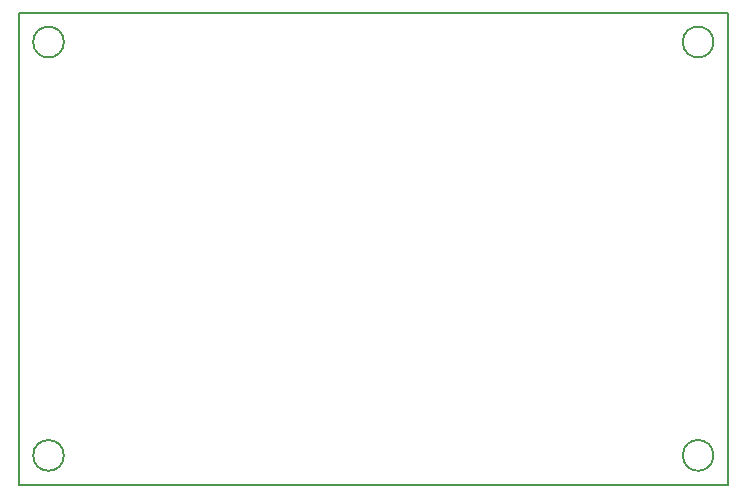
<source format=gm1>
G04 #@! TF.GenerationSoftware,KiCad,Pcbnew,(5.0.0)*
G04 #@! TF.CreationDate,2018-08-26T14:27:57+09:00*
G04 #@! TF.ProjectId,lancer_subbord,6C616E6365725F737562626F72642E6B,rev?*
G04 #@! TF.SameCoordinates,Original*
G04 #@! TF.FileFunction,Profile,NP*
%FSLAX46Y46*%
G04 Gerber Fmt 4.6, Leading zero omitted, Abs format (unit mm)*
G04 Created by KiCad (PCBNEW (5.0.0)) date 08/26/18 14:27:57*
%MOMM*%
%LPD*%
G01*
G04 APERTURE LIST*
%ADD10C,0.200000*%
G04 APERTURE END LIST*
D10*
X180800000Y-83500000D02*
G75*
G03X180800000Y-83500000I-1300000J0D01*
G01*
X125800000Y-118500000D02*
G75*
G03X125800000Y-118500000I-1300000J0D01*
G01*
X125800000Y-83500000D02*
G75*
G03X125800000Y-83500000I-1300000J0D01*
G01*
X180800000Y-118500000D02*
G75*
G03X180800000Y-118500000I-1300000J0D01*
G01*
X182000000Y-81000000D02*
X122000000Y-81000000D01*
X182000000Y-121000000D02*
X182000000Y-81000000D01*
X122000000Y-121000000D02*
X182000000Y-121000000D01*
X122000000Y-81000000D02*
X122000000Y-121000000D01*
M02*

</source>
